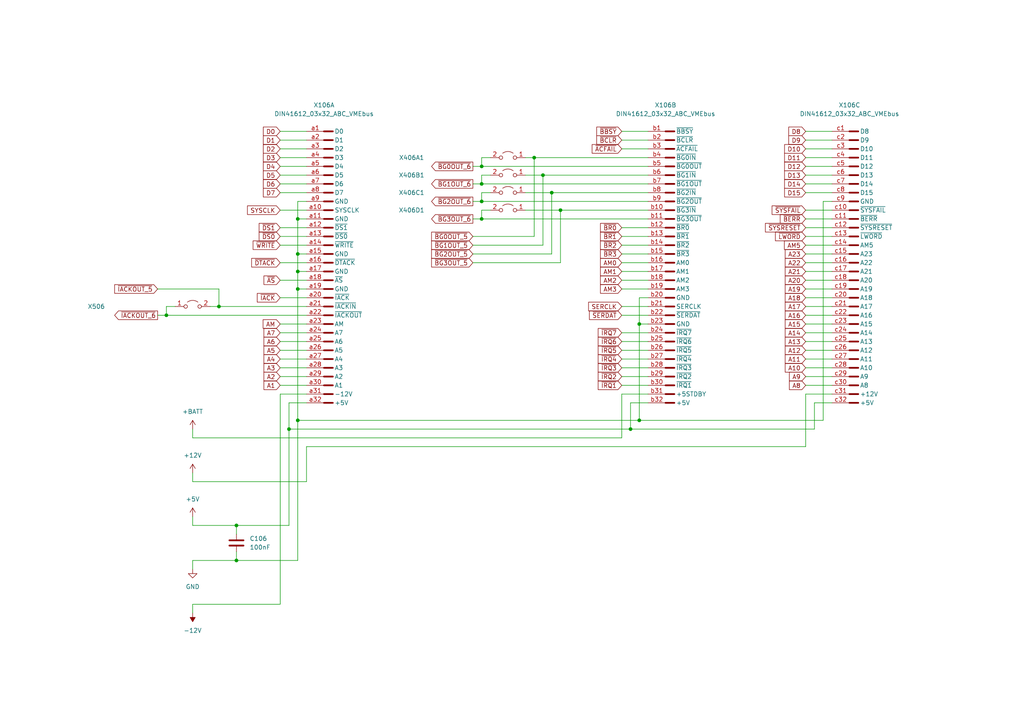
<source format=kicad_sch>
(kicad_sch (version 20211123) (generator eeschema)
  (paper "A4")
  (title_block (title "SLOT 2") (date "2024-01-04") (rev "1") (company "TOM STOREY") (comment 1 "FREE FOR NON-COMMERCIAL USE"))
  (lib_symbols
    (symbol "COMET symbols:C" (pin_numbers hide) (pin_names hide)
      (property "Reference" "C" (at 0 0 0))
      (property "Value" "C" (at 0 0 0))
      (symbol "C_0_1"
        (polyline (pts (xy -2.032 -0.762) (xy 2.032 -0.762)) (stroke (width 0.508)))
        (polyline (pts (xy -2.032 0.762) (xy 2.032 0.762)) (stroke (width 0.508)))
      )
      (symbol "C_1_1"
        (pin passive line (at 0 2.54 270) (length 1.524) (name "~") (number "1"))
        (pin passive line (at 0 -2.54 90) (length 1.524) (name "~") (number "2"))
      )
    )
    (symbol "COMET symbols:DIN41612_03x32_ABC_VMEbus" (pin_names (offset 3.048))
      (property "Reference" "X1" (at -20.32 45.72 0))
      (property "Value" "DIN41612_03x32_ABC_VMEbus" (at -20.32 43.18 0))
      (symbol "DIN41612_03x32_ABC_VMEbus_1_1"
        (polyline (pts (xy 0 -40.64) (xy 2.54 -40.64)) (stroke (width 0.508)))
        (polyline (pts (xy 0 -38.1) (xy 2.54 -38.1)) (stroke (width 0.508)))
        (polyline (pts (xy 0 -35.56) (xy 2.54 -35.56)) (stroke (width 0.508)))
        (polyline (pts (xy 0 -33.02) (xy 2.54 -33.02)) (stroke (width 0.508)))
        (polyline (pts (xy 0 -30.48) (xy 2.54 -30.48)) (stroke (width 0.508)))
        (polyline (pts (xy 0 -27.94) (xy 2.54 -27.94)) (stroke (width 0.508)))
        (polyline (pts (xy 0 -25.4) (xy 2.54 -25.4)) (stroke (width 0.508)))
        (polyline (pts (xy 0 -22.86) (xy 2.54 -22.86)) (stroke (width 0.508)))
        (polyline (pts (xy 0 -20.32) (xy 2.54 -20.32)) (stroke (width 0.508)))
        (polyline (pts (xy 0 -17.78) (xy 2.54 -17.78)) (stroke (width 0.508)))
        (polyline (pts (xy 0 -15.24) (xy 2.54 -15.24)) (stroke (width 0.508)))
        (polyline (pts (xy 0 -12.7) (xy 2.54 -12.7)) (stroke (width 0.508)))
        (polyline (pts (xy 0 -10.16) (xy 2.54 -10.16)) (stroke (width 0.508)))
        (polyline (pts (xy 0 -7.62) (xy 2.54 -7.62)) (stroke (width 0.508)))
        (polyline (pts (xy 0 -5.08) (xy 2.54 -5.08)) (stroke (width 0.508)))
        (polyline (pts (xy 0 -2.54) (xy 2.54 -2.54)) (stroke (width 0.508)))
        (polyline (pts (xy 0 0) (xy 2.54 0)) (stroke (width 0.508)))
        (polyline (pts (xy 0 2.54) (xy 2.54 2.54)) (stroke (width 0.508)))
        (polyline (pts (xy 0 5.08) (xy 2.54 5.08)) (stroke (width 0.508)))
        (polyline (pts (xy 0 7.62) (xy 2.54 7.62)) (stroke (width 0.508)))
        (polyline (pts (xy 0 10.16) (xy 2.54 10.16)) (stroke (width 0.508)))
        (polyline (pts (xy 0 12.7) (xy 2.54 12.7)) (stroke (width 0.508)))
        (polyline (pts (xy 0 15.24) (xy 2.54 15.24)) (stroke (width 0.508)))
        (polyline (pts (xy 0 17.78) (xy 2.54 17.78)) (stroke (width 0.508)))
        (polyline (pts (xy 0 20.32) (xy 2.54 20.32)) (stroke (width 0.508)))
        (polyline (pts (xy 0 22.86) (xy 2.54 22.86)) (stroke (width 0.508)))
        (polyline (pts (xy 0 25.4) (xy 2.54 25.4)) (stroke (width 0.508)))
        (polyline (pts (xy 0 27.94) (xy 2.54 27.94)) (stroke (width 0.508)))
        (polyline (pts (xy 0 30.48) (xy 2.54 30.48)) (stroke (width 0.508)))
        (polyline (pts (xy 0 33.02) (xy 2.54 33.02)) (stroke (width 0.508)))
        (polyline (pts (xy 0 35.56) (xy 2.54 35.56)) (stroke (width 0.508)))
        (polyline (pts (xy 0 38.1) (xy 2.54 38.1)) (stroke (width 0.508)))
        (pin passive line (at -5.08 38.1 0) (length 5.08) (name "D0") (number "a1"))
        (pin passive line (at -5.08 15.24 0) (length 5.08) (name "SYSCLK") (number "a10"))
        (pin passive line (at -5.08 12.7 0) (length 5.08) (name "GND") (number "a11"))
        (pin passive line (at -5.08 10.16 0) (length 5.08) (name "~{DS1}") (number "a12"))
        (pin passive line (at -5.08 7.62 0) (length 5.08) (name "~{DS0}") (number "a13"))
        (pin passive line (at -5.08 5.08 0) (length 5.08) (name "~{WRITE}") (number "a14"))
        (pin passive line (at -5.08 2.54 0) (length 5.08) (name "GND") (number "a15"))
        (pin passive line (at -5.08 0 0) (length 5.08) (name "~{DTACK}") (number "a16"))
        (pin passive line (at -5.08 -2.54 0) (length 5.08) (name "GND") (number "a17"))
        (pin passive line (at -5.08 -5.08 0) (length 5.08) (name "~{AS}") (number "a18"))
        (pin passive line (at -5.08 -7.62 0) (length 5.08) (name "GND") (number "a19"))
        (pin passive line (at -5.08 35.56 0) (length 5.08) (name "D1") (number "a2"))
        (pin passive line (at -5.08 -10.16 0) (length 5.08) (name "~{IACK}") (number "a20"))
        (pin passive line (at -5.08 -12.7 0) (length 5.08) (name "~{IACKIN}") (number "a21"))
        (pin passive line (at -5.08 -15.24 0) (length 5.08) (name "~{IACKOUT}") (number "a22"))
        (pin passive line (at -5.08 -17.78 0) (length 5.08) (name "AM") (number "a23"))
        (pin passive line (at -5.08 -20.32 0) (length 5.08) (name "A7") (number "a24"))
        (pin passive line (at -5.08 -22.86 0) (length 5.08) (name "A6") (number "a25"))
        (pin passive line (at -5.08 -25.4 0) (length 5.08) (name "A5") (number "a26"))
        (pin passive line (at -5.08 -27.94 0) (length 5.08) (name "A4") (number "a27"))
        (pin passive line (at -5.08 -30.48 0) (length 5.08) (name "A3") (number "a28"))
        (pin passive line (at -5.08 -33.02 0) (length 5.08) (name "A2") (number "a29"))
        (pin passive line (at -5.08 33.02 0) (length 5.08) (name "D2") (number "a3"))
        (pin passive line (at -5.08 -35.56 0) (length 5.08) (name "A1") (number "a30"))
        (pin passive line (at -5.08 -38.1 0) (length 5.08) (name "-12V") (number "a31"))
        (pin passive line (at -5.08 -40.64 0) (length 5.08) (name "+5V") (number "a32"))
        (pin passive line (at -5.08 30.48 0) (length 5.08) (name "D3") (number "a4"))
        (pin passive line (at -5.08 27.94 0) (length 5.08) (name "D4") (number "a5"))
        (pin passive line (at -5.08 25.4 0) (length 5.08) (name "D5") (number "a6"))
        (pin passive line (at -5.08 22.86 0) (length 5.08) (name "D6") (number "a7"))
        (pin passive line (at -5.08 20.32 0) (length 5.08) (name "D7") (number "a8"))
        (pin passive line (at -5.08 17.78 0) (length 5.08) (name "GND") (number "a9"))
      )
      (symbol "DIN41612_03x32_ABC_VMEbus_2_1"
        (polyline (pts (xy 0 -40.64) (xy 2.54 -40.64)) (stroke (width 0.508)))
        (polyline (pts (xy 0 -38.1) (xy 2.54 -38.1)) (stroke (width 0.508)))
        (polyline (pts (xy 0 -35.56) (xy 2.54 -35.56)) (stroke (width 0.508)))
        (polyline (pts (xy 0 -33.02) (xy 2.54 -33.02)) (stroke (width 0.508)))
        (polyline (pts (xy 0 -30.48) (xy 2.54 -30.48)) (stroke (width 0.508)))
        (polyline (pts (xy 0 -27.94) (xy 2.54 -27.94)) (stroke (width 0.508)))
        (polyline (pts (xy 0 -25.4) (xy 2.54 -25.4)) (stroke (width 0.508)))
        (polyline (pts (xy 0 -22.86) (xy 2.54 -22.86)) (stroke (width 0.508)))
        (polyline (pts (xy 0 -20.32) (xy 2.54 -20.32)) (stroke (width 0.508)))
        (polyline (pts (xy 0 -17.78) (xy 2.54 -17.78)) (stroke (width 0.508)))
        (polyline (pts (xy 0 -15.24) (xy 2.54 -15.24)) (stroke (width 0.508)))
        (polyline (pts (xy 0 -12.7) (xy 2.54 -12.7)) (stroke (width 0.508)))
        (polyline (pts (xy 0 -10.16) (xy 2.54 -10.16)) (stroke (width 0.508)))
        (polyline (pts (xy 0 -7.62) (xy 2.54 -7.62)) (stroke (width 0.508)))
        (polyline (pts (xy 0 -5.08) (xy 2.54 -5.08)) (stroke (width 0.508)))
        (polyline (pts (xy 0 -2.54) (xy 2.54 -2.54)) (stroke (width 0.508)))
        (polyline (pts (xy 0 0) (xy 2.54 0)) (stroke (width 0.508)))
        (polyline (pts (xy 0 2.54) (xy 2.54 2.54)) (stroke (width 0.508)))
        (polyline (pts (xy 0 5.08) (xy 2.54 5.08)) (stroke (width 0.508)))
        (polyline (pts (xy 0 7.62) (xy 2.54 7.62)) (stroke (width 0.508)))
        (polyline (pts (xy 0 10.16) (xy 2.54 10.16)) (stroke (width 0.508)))
        (polyline (pts (xy 0 12.7) (xy 2.54 12.7)) (stroke (width 0.508)))
        (polyline (pts (xy 0 15.24) (xy 2.54 15.24)) (stroke (width 0.508)))
        (polyline (pts (xy 0 17.78) (xy 2.54 17.78)) (stroke (width 0.508)))
        (polyline (pts (xy 0 20.32) (xy 2.54 20.32)) (stroke (width 0.508)))
        (polyline (pts (xy 0 22.86) (xy 2.54 22.86)) (stroke (width 0.508)))
        (polyline (pts (xy 0 25.4) (xy 2.54 25.4)) (stroke (width 0.508)))
        (polyline (pts (xy 0 27.94) (xy 2.54 27.94)) (stroke (width 0.508)))
        (polyline (pts (xy 0 30.48) (xy 2.54 30.48)) (stroke (width 0.508)))
        (polyline (pts (xy 0 33.02) (xy 2.54 33.02)) (stroke (width 0.508)))
        (polyline (pts (xy 0 35.56) (xy 2.54 35.56)) (stroke (width 0.508)))
        (polyline (pts (xy 0 38.1) (xy 2.54 38.1)) (stroke (width 0.508)))
        (pin passive line (at -5.08 38.1 0) (length 5.08) (name "~{BBSY}") (number "b1"))
        (pin passive line (at -5.08 15.24 0) (length 5.08) (name "~{BG3IN}") (number "b10"))
        (pin passive line (at -5.08 12.7 0) (length 5.08) (name "~{BG3OUT}") (number "b11"))
        (pin passive line (at -5.08 10.16 0) (length 5.08) (name "~{BR0}") (number "b12"))
        (pin passive line (at -5.08 7.62 0) (length 5.08) (name "~{BR1}") (number "b13"))
        (pin passive line (at -5.08 5.08 0) (length 5.08) (name "~{BR2}") (number "b14"))
        (pin passive line (at -5.08 2.54 0) (length 5.08) (name "~{BR3}") (number "b15"))
        (pin passive line (at -5.08 0 0) (length 5.08) (name "AM0") (number "b16"))
        (pin passive line (at -5.08 -2.54 0) (length 5.08) (name "AM1") (number "b17"))
        (pin passive line (at -5.08 -5.08 0) (length 5.08) (name "AM2") (number "b18"))
        (pin passive line (at -5.08 -7.62 0) (length 5.08) (name "AM3") (number "b19"))
        (pin passive line (at -5.08 35.56 0) (length 5.08) (name "~{BCLR}") (number "b2"))
        (pin passive line (at -5.08 -10.16 0) (length 5.08) (name "GND") (number "b20"))
        (pin passive line (at -5.08 -12.7 0) (length 5.08) (name "SERCLK") (number "b21"))
        (pin passive line (at -5.08 -15.24 0) (length 5.08) (name "~{SERDAT}") (number "b22"))
        (pin passive line (at -5.08 -17.78 0) (length 5.08) (name "GND") (number "b23"))
        (pin passive line (at -5.08 -20.32 0) (length 5.08) (name "~{IRQ7}") (number "b24"))
        (pin passive line (at -5.08 -22.86 0) (length 5.08) (name "~{IRQ6}") (number "b25"))
        (pin passive line (at -5.08 -25.4 0) (length 5.08) (name "~{IRQ5}") (number "b26"))
        (pin passive line (at -5.08 -27.94 0) (length 5.08) (name "~{IRQ4}") (number "b27"))
        (pin passive line (at -5.08 -30.48 0) (length 5.08) (name "~{IRQ3}") (number "b28"))
        (pin passive line (at -5.08 -33.02 0) (length 5.08) (name "~{IRQ2}") (number "b29"))
        (pin passive line (at -5.08 33.02 0) (length 5.08) (name "~{ACFAIL}") (number "b3"))
        (pin passive line (at -5.08 -35.56 0) (length 5.08) (name "~{IRQ1}") (number "b30"))
        (pin passive line (at -5.08 -38.1 0) (length 5.08) (name "+5STDBY") (number "b31"))
        (pin passive line (at -5.08 -40.64 0) (length 5.08) (name "+5V") (number "b32"))
        (pin passive line (at -5.08 30.48 0) (length 5.08) (name "~{BG0IN}") (number "b4"))
        (pin passive line (at -5.08 27.94 0) (length 5.08) (name "~{BG0OUT}") (number "b5"))
        (pin passive line (at -5.08 25.4 0) (length 5.08) (name "~{BG1IN}") (number "b6"))
        (pin passive line (at -5.08 22.86 0) (length 5.08) (name "~{BG1OUT}") (number "b7"))
        (pin passive line (at -5.08 20.32 0) (length 5.08) (name "~{BG2IN}") (number "b8"))
        (pin passive line (at -5.08 17.78 0) (length 5.08) (name "~{BG2OUT}") (number "b9"))
      )
      (symbol "DIN41612_03x32_ABC_VMEbus_3_1"
        (polyline (pts (xy 0 -40.64) (xy 2.54 -40.64)) (stroke (width 0.508)))
        (polyline (pts (xy 0 -38.1) (xy 2.54 -38.1)) (stroke (width 0.508)))
        (polyline (pts (xy 0 -35.56) (xy 2.54 -35.56)) (stroke (width 0.508)))
        (polyline (pts (xy 0 -33.02) (xy 2.54 -33.02)) (stroke (width 0.508)))
        (polyline (pts (xy 0 -30.48) (xy 2.54 -30.48)) (stroke (width 0.508)))
        (polyline (pts (xy 0 -27.94) (xy 2.54 -27.94)) (stroke (width 0.508)))
        (polyline (pts (xy 0 -25.4) (xy 2.54 -25.4)) (stroke (width 0.508)))
        (polyline (pts (xy 0 -22.86) (xy 2.54 -22.86)) (stroke (width 0.508)))
        (polyline (pts (xy 0 -20.32) (xy 2.54 -20.32)) (stroke (width 0.508)))
        (polyline (pts (xy 0 -17.78) (xy 2.54 -17.78)) (stroke (width 0.508)))
        (polyline (pts (xy 0 -15.24) (xy 2.54 -15.24)) (stroke (width 0.508)))
        (polyline (pts (xy 0 -12.7) (xy 2.54 -12.7)) (stroke (width 0.508)))
        (polyline (pts (xy 0 -10.16) (xy 2.54 -10.16)) (stroke (width 0.508)))
        (polyline (pts (xy 0 -7.62) (xy 2.54 -7.62)) (stroke (width 0.508)))
        (polyline (pts (xy 0 -5.08) (xy 2.54 -5.08)) (stroke (width 0.508)))
        (polyline (pts (xy 0 -2.54) (xy 2.54 -2.54)) (stroke (width 0.508)))
        (polyline (pts (xy 0 0) (xy 2.54 0)) (stroke (width 0.508)))
        (polyline (pts (xy 0 2.54) (xy 2.54 2.54)) (stroke (width 0.508)))
        (polyline (pts (xy 0 5.08) (xy 2.54 5.08)) (stroke (width 0.508)))
        (polyline (pts (xy 0 7.62) (xy 2.54 7.62)) (stroke (width 0.508)))
        (polyline (pts (xy 0 10.16) (xy 2.54 10.16)) (stroke (width 0.508)))
        (polyline (pts (xy 0 12.7) (xy 2.54 12.7)) (stroke (width 0.508)))
        (polyline (pts (xy 0 15.24) (xy 2.54 15.24)) (stroke (width 0.508)))
        (polyline (pts (xy 0 17.78) (xy 2.54 17.78)) (stroke (width 0.508)))
        (polyline (pts (xy 0 20.32) (xy 2.54 20.32)) (stroke (width 0.508)))
        (polyline (pts (xy 0 22.86) (xy 2.54 22.86)) (stroke (width 0.508)))
        (polyline (pts (xy 0 25.4) (xy 2.54 25.4)) (stroke (width 0.508)))
        (polyline (pts (xy 0 27.94) (xy 2.54 27.94)) (stroke (width 0.508)))
        (polyline (pts (xy 0 30.48) (xy 2.54 30.48)) (stroke (width 0.508)))
        (polyline (pts (xy 0 33.02) (xy 2.54 33.02)) (stroke (width 0.508)))
        (polyline (pts (xy 0 35.56) (xy 2.54 35.56)) (stroke (width 0.508)))
        (polyline (pts (xy 0 38.1) (xy 2.54 38.1)) (stroke (width 0.508)))
        (pin passive line (at -5.08 38.1 0) (length 5.08) (name "D8") (number "c1"))
        (pin passive line (at -5.08 15.24 0) (length 5.08) (name "~{SYSFAIL}") (number "c10"))
        (pin passive line (at -5.08 12.7 0) (length 5.08) (name "~{BERR}") (number "c11"))
        (pin passive line (at -5.08 10.16 0) (length 5.08) (name "~{SYSRESET}") (number "c12"))
        (pin passive line (at -5.08 7.62 0) (length 5.08) (name "~{LWORD}") (number "c13"))
        (pin passive line (at -5.08 5.08 0) (length 5.08) (name "AM5") (number "c14"))
        (pin passive line (at -5.08 2.54 0) (length 5.08) (name "A23") (number "c15"))
        (pin passive line (at -5.08 0 0) (length 5.08) (name "A22") (number "c16"))
        (pin passive line (at -5.08 -2.54 0) (length 5.08) (name "A21") (number "c17"))
        (pin passive line (at -5.08 -5.08 0) (length 5.08) (name "A20") (number "c18"))
        (pin passive line (at -5.08 -7.62 0) (length 5.08) (name "A19") (number "c19"))
        (pin passive line (at -5.08 35.56 0) (length 5.08) (name "D9") (number "c2"))
        (pin passive line (at -5.08 -10.16 0) (length 5.08) (name "A18") (number "c20"))
        (pin passive line (at -5.08 -12.7 0) (length 5.08) (name "A17") (number "c21"))
        (pin passive line (at -5.08 -15.24 0) (length 5.08) (name "A16") (number "c22"))
        (pin passive line (at -5.08 -17.78 0) (length 5.08) (name "A15") (number "c23"))
        (pin passive line (at -5.08 -20.32 0) (length 5.08) (name "A14") (number "c24"))
        (pin passive line (at -5.08 -22.86 0) (length 5.08) (name "A13") (number "c25"))
        (pin passive line (at -5.08 -25.4 0) (length 5.08) (name "A12") (number "c26"))
        (pin passive line (at -5.08 -27.94 0) (length 5.08) (name "A11") (number "c27"))
        (pin passive line (at -5.08 -30.48 0) (length 5.08) (name "A10") (number "c28"))
        (pin passive line (at -5.08 -33.02 0) (length 5.08) (name "A9") (number "c29"))
        (pin passive line (at -5.08 33.02 0) (length 5.08) (name "D10") (number "c3"))
        (pin passive line (at -5.08 -35.56 0) (length 5.08) (name "A8") (number "c30"))
        (pin passive line (at -5.08 -38.1 0) (length 5.08) (name "+12V") (number "c31"))
        (pin passive line (at -5.08 -40.64 0) (length 5.08) (name "+5V") (number "c32"))
        (pin passive line (at -5.08 30.48 0) (length 5.08) (name "D11") (number "c4"))
        (pin passive line (at -5.08 27.94 0) (length 5.08) (name "D12") (number "c5"))
        (pin passive line (at -5.08 25.4 0) (length 5.08) (name "D13") (number "c6"))
        (pin passive line (at -5.08 22.86 0) (length 5.08) (name "D14") (number "c7"))
        (pin passive line (at -5.08 20.32 0) (length 5.08) (name "D15") (number "c8"))
        (pin passive line (at -5.08 17.78 0) (length 5.08) (name "GND") (number "c9"))
      )
    )
    (symbol "Jumper:Jumper_2_Open" (pin_names (offset 0) hide)
      (property "Reference" "JP" (at 0 2.794 0))
      (property "Value" "Jumper_2_Open" (at 0 -2.286 0))
      (symbol "Jumper_2_Open_0_0"
        (circle (center -2.032 0) (radius 0.508))
        (circle (center 2.032 0) (radius 0.508))
      )
      (symbol "Jumper_2_Open_0_1"
        (arc (start 1.524 1.27) (mid 0 1.778) (end -1.524 1.27))
      )
      (symbol "Jumper_2_Open_1_1"
        (pin passive line (at -5.08 0 0) (length 2.54) (name "A") (number "1"))
        (pin passive line (at 5.08 0 180) (length 2.54) (name "B") (number "2"))
      )
    )
    (symbol "power:+12V" (power) (pin_names (offset 0))
      (property "Value" "+12V" (at 0 3.556 0))
      (symbol "+12V_0_1"
        (polyline (pts (xy -0.762 1.27) (xy 0 2.54)))
        (polyline (pts (xy 0 0) (xy 0 2.54)))
        (polyline (pts (xy 0 2.54) (xy 0.762 1.27)))
      )
      (symbol "+12V_1_1"
        (pin power_in line (at 0 0 90) (length 0) hide (name "+12V") (number "1"))
      )
    )
    (symbol "power:+5V" (power) (pin_names (offset 0))
      (property "Value" "+5V" (at 0 3.556 0))
      (symbol "+5V_0_1"
        (polyline (pts (xy -0.762 1.27) (xy 0 2.54)))
        (polyline (pts (xy 0 0) (xy 0 2.54)))
        (polyline (pts (xy 0 2.54) (xy 0.762 1.27)))
      )
      (symbol "+5V_1_1"
        (pin power_in line (at 0 0 90) (length 0) hide (name "+5V") (number "1"))
      )
    )
    (symbol "power:+BATT" (power) (pin_names (offset 0))
      (property "Value" "+BATT" (at 0 3.556 0))
      (symbol "+BATT_0_1"
        (polyline (pts (xy -0.762 1.27) (xy 0 2.54)))
        (polyline (pts (xy 0 0) (xy 0 2.54)))
        (polyline (pts (xy 0 2.54) (xy 0.762 1.27)))
      )
      (symbol "+BATT_1_1"
        (pin power_in line (at 0 0 90) (length 0) hide (name "+BATT") (number "1"))
      )
    )
    (symbol "power:-12V" (power) (pin_names (offset 0))
      (property "Value" "-12V" (at 0 3.81 0))
      (symbol "-12V_0_0"
        (pin power_in line (at 0 0 90) (length 0) hide (name "-12V") (number "1"))
      )
      (symbol "-12V_0_1"
        (polyline (pts (xy 0 0) (xy 0 1.27) (xy 0.762 1.27) (xy 0 2.54) (xy -0.762 1.27) (xy 0 1.27)) (fill (type outline)))
      )
    )
    (symbol "power:GND" (power) (pin_names (offset 0))
      (property "Value" "GND" (at 0 -3.81 0))
      (symbol "GND_0_1"
        (polyline (pts (xy 0 0) (xy 0 -1.27) (xy 1.27 -1.27) (xy 0 -2.54) (xy -1.27 -1.27) (xy 0 -1.27)))
      )
      (symbol "GND_1_1"
        (pin power_in line (at 0 0 270) (length 0) hide (name "GND") (number "1"))
      )
    )
  )
  (junction (at 157.48 50.8))
  (junction (at 63.5 88.9))
  (junction (at 86.36 83.82))
  (junction (at 139.7 58.42))
  (junction (at 139.7 63.5))
  (junction (at 86.36 63.5))
  (junction (at 48.26 91.44))
  (junction (at 154.94 45.72))
  (junction (at 139.7 53.34))
  (junction (at 86.36 78.74))
  (junction (at 139.7 48.26))
  (junction (at 185.42 93.98))
  (junction (at 185.42 121.92))
  (junction (at 83.82 124.46))
  (junction (at 160.02 55.88))
  (junction (at 162.56 60.96))
  (junction (at 86.36 73.66))
  (junction (at 68.58 152.4))
  (junction (at 182.88 124.46))
  (junction (at 68.58 162.56))
  (junction (at 86.36 121.92))
  (wire (pts (xy 238.76 58.42) (xy 238.76 121.92)))
  (wire (pts (xy 137.16 73.66) (xy 160.02 73.66)))
  (wire (pts (xy 152.4 50.8) (xy 157.48 50.8)))
  (wire (pts (xy 180.34 83.82) (xy 187.96 83.82)))
  (wire (pts (xy 233.68 106.68) (xy 241.3 106.68)))
  (wire (pts (xy 81.28 60.96) (xy 88.9 60.96)))
  (wire (pts (xy 180.34 43.18) (xy 187.96 43.18)))
  (wire (pts (xy 68.58 160.02) (xy 68.58 162.56)))
  (wire (pts (xy 137.16 53.34) (xy 139.7 53.34)))
  (wire (pts (xy 233.68 55.88) (xy 241.3 55.88)))
  (wire (pts (xy 233.68 91.44) (xy 241.3 91.44)))
  (wire (pts (xy 86.36 78.74) (xy 88.9 78.74)))
  (wire (pts (xy 81.28 106.68) (xy 88.9 106.68)))
  (wire (pts (xy 137.16 63.5) (xy 139.7 63.5)))
  (wire (pts (xy 233.68 71.12) (xy 241.3 71.12)))
  (wire (pts (xy 180.34 127) (xy 180.34 114.3)))
  (wire (pts (xy 233.68 114.3) (xy 241.3 114.3)))
  (wire (pts (xy 139.7 45.72) (xy 139.7 48.26)))
  (wire (pts (xy 81.28 50.8) (xy 88.9 50.8)))
  (wire (pts (xy 233.68 86.36) (xy 241.3 86.36)))
  (wire (pts (xy 86.36 121.92) (xy 185.42 121.92)))
  (wire (pts (xy 157.48 50.8) (xy 157.48 71.12)))
  (wire (pts (xy 60.96 88.9) (xy 63.5 88.9)))
  (wire (pts (xy 55.88 177.8) (xy 55.88 175.26)))
  (wire (pts (xy 182.88 116.84) (xy 182.88 124.46)))
  (wire (pts (xy 185.42 86.36) (xy 185.42 93.98)))
  (wire (pts (xy 81.28 93.98) (xy 88.9 93.98)))
  (wire (pts (xy 55.88 139.7) (xy 88.9 139.7)))
  (wire (pts (xy 182.88 124.46) (xy 236.22 124.46)))
  (wire (pts (xy 236.22 116.84) (xy 241.3 116.84)))
  (wire (pts (xy 180.34 71.12) (xy 187.96 71.12)))
  (wire (pts (xy 233.68 38.1) (xy 241.3 38.1)))
  (wire (pts (xy 233.68 53.34) (xy 241.3 53.34)))
  (wire (pts (xy 55.88 149.86) (xy 55.88 152.4)))
  (wire (pts (xy 185.42 93.98) (xy 187.96 93.98)))
  (wire (pts (xy 86.36 78.74) (xy 86.36 83.82)))
  (wire (pts (xy 81.28 66.04) (xy 88.9 66.04)))
  (wire (pts (xy 180.34 111.76) (xy 187.96 111.76)))
  (wire (pts (xy 233.68 104.14) (xy 241.3 104.14)))
  (wire (pts (xy 180.34 96.52) (xy 187.96 96.52)))
  (wire (pts (xy 180.34 88.9) (xy 187.96 88.9)))
  (wire (pts (xy 55.88 175.26) (xy 81.28 175.26)))
  (wire (pts (xy 139.7 60.96) (xy 142.24 60.96)))
  (wire (pts (xy 162.56 60.96) (xy 162.56 76.2)))
  (wire (pts (xy 139.7 58.42) (xy 187.96 58.42)))
  (wire (pts (xy 187.96 116.84) (xy 182.88 116.84)))
  (wire (pts (xy 55.88 137.16) (xy 55.88 139.7)))
  (wire (pts (xy 81.28 38.1) (xy 88.9 38.1)))
  (wire (pts (xy 81.28 86.36) (xy 88.9 86.36)))
  (wire (pts (xy 86.36 58.42) (xy 86.36 63.5)))
  (wire (pts (xy 160.02 55.88) (xy 160.02 73.66)))
  (wire (pts (xy 83.82 152.4) (xy 83.82 124.46)))
  (wire (pts (xy 55.88 124.46) (xy 55.88 127)))
  (wire (pts (xy 139.7 60.96) (xy 139.7 63.5)))
  (wire (pts (xy 180.34 40.64) (xy 187.96 40.64)))
  (wire (pts (xy 81.28 81.28) (xy 88.9 81.28)))
  (wire (pts (xy 142.24 55.88) (xy 139.7 55.88)))
  (wire (pts (xy 180.34 73.66) (xy 187.96 73.66)))
  (wire (pts (xy 233.68 68.58) (xy 241.3 68.58)))
  (wire (pts (xy 233.68 99.06) (xy 241.3 99.06)))
  (wire (pts (xy 233.68 101.6) (xy 241.3 101.6)))
  (wire (pts (xy 233.68 48.26) (xy 241.3 48.26)))
  (wire (pts (xy 160.02 55.88) (xy 187.96 55.88)))
  (wire (pts (xy 233.68 129.54) (xy 233.68 114.3)))
  (wire (pts (xy 81.28 43.18) (xy 88.9 43.18)))
  (wire (pts (xy 81.28 76.2) (xy 88.9 76.2)))
  (wire (pts (xy 86.36 83.82) (xy 86.36 121.92)))
  (wire (pts (xy 180.34 104.14) (xy 187.96 104.14)))
  (wire (pts (xy 152.4 45.72) (xy 154.94 45.72)))
  (wire (pts (xy 86.36 63.5) (xy 86.36 73.66)))
  (wire (pts (xy 180.34 68.58) (xy 187.96 68.58)))
  (wire (pts (xy 180.34 76.2) (xy 187.96 76.2)))
  (wire (pts (xy 142.24 50.8) (xy 139.7 50.8)))
  (wire (pts (xy 139.7 55.88) (xy 139.7 58.42)))
  (wire (pts (xy 233.68 88.9) (xy 241.3 88.9)))
  (wire (pts (xy 68.58 152.4) (xy 68.58 154.94)))
  (wire (pts (xy 152.4 55.88) (xy 160.02 55.88)))
  (wire (pts (xy 139.7 63.5) (xy 187.96 63.5)))
  (wire (pts (xy 83.82 124.46) (xy 182.88 124.46)))
  (wire (pts (xy 55.88 152.4) (xy 68.58 152.4)))
  (wire (pts (xy 81.28 48.26) (xy 88.9 48.26)))
  (wire (pts (xy 233.68 81.28) (xy 241.3 81.28)))
  (wire (pts (xy 88.9 116.84) (xy 83.82 116.84)))
  (wire (pts (xy 81.28 45.72) (xy 88.9 45.72)))
  (wire (pts (xy 63.5 88.9) (xy 63.5 83.82)))
  (wire (pts (xy 68.58 162.56) (xy 55.88 162.56)))
  (wire (pts (xy 233.68 43.18) (xy 241.3 43.18)))
  (wire (pts (xy 233.68 50.8) (xy 241.3 50.8)))
  (wire (pts (xy 233.68 45.72) (xy 241.3 45.72)))
  (wire (pts (xy 81.28 175.26) (xy 81.28 114.3)))
  (wire (pts (xy 180.34 91.44) (xy 187.96 91.44)))
  (wire (pts (xy 180.34 106.68) (xy 187.96 106.68)))
  (wire (pts (xy 83.82 116.84) (xy 83.82 124.46)))
  (wire (pts (xy 88.9 129.54) (xy 88.9 139.7)))
  (wire (pts (xy 86.36 73.66) (xy 88.9 73.66)))
  (wire (pts (xy 81.28 101.6) (xy 88.9 101.6)))
  (wire (pts (xy 48.26 91.44) (xy 88.9 91.44)))
  (wire (pts (xy 233.68 76.2) (xy 241.3 76.2)))
  (wire (pts (xy 68.58 152.4) (xy 83.82 152.4)))
  (wire (pts (xy 139.7 50.8) (xy 139.7 53.34)))
  (wire (pts (xy 142.24 45.72) (xy 139.7 45.72)))
  (wire (pts (xy 137.16 71.12) (xy 157.48 71.12)))
  (wire (pts (xy 86.36 162.56) (xy 68.58 162.56)))
  (wire (pts (xy 180.34 81.28) (xy 187.96 81.28)))
  (wire (pts (xy 241.3 58.42) (xy 238.76 58.42)))
  (wire (pts (xy 86.36 73.66) (xy 86.36 78.74)))
  (wire (pts (xy 81.28 104.14) (xy 88.9 104.14)))
  (wire (pts (xy 81.28 96.52) (xy 88.9 96.52)))
  (wire (pts (xy 139.7 53.34) (xy 187.96 53.34)))
  (wire (pts (xy 81.28 53.34) (xy 88.9 53.34)))
  (wire (pts (xy 180.34 66.04) (xy 187.96 66.04)))
  (wire (pts (xy 88.9 58.42) (xy 86.36 58.42)))
  (wire (pts (xy 55.88 162.56) (xy 55.88 165.1)))
  (wire (pts (xy 233.68 40.64) (xy 241.3 40.64)))
  (wire (pts (xy 180.34 109.22) (xy 187.96 109.22)))
  (wire (pts (xy 88.9 129.54) (xy 233.68 129.54)))
  (wire (pts (xy 233.68 78.74) (xy 241.3 78.74)))
  (wire (pts (xy 233.68 93.98) (xy 241.3 93.98)))
  (wire (pts (xy 180.34 101.6) (xy 187.96 101.6)))
  (wire (pts (xy 81.28 68.58) (xy 88.9 68.58)))
  (wire (pts (xy 45.72 91.44) (xy 48.26 91.44)))
  (wire (pts (xy 137.16 58.42) (xy 139.7 58.42)))
  (wire (pts (xy 81.28 40.64) (xy 88.9 40.64)))
  (wire (pts (xy 233.68 60.96) (xy 241.3 60.96)))
  (wire (pts (xy 233.68 96.52) (xy 241.3 96.52)))
  (wire (pts (xy 154.94 45.72) (xy 187.96 45.72)))
  (wire (pts (xy 152.4 60.96) (xy 162.56 60.96)))
  (wire (pts (xy 233.68 66.04) (xy 241.3 66.04)))
  (wire (pts (xy 81.28 114.3) (xy 88.9 114.3)))
  (wire (pts (xy 86.36 63.5) (xy 88.9 63.5)))
  (wire (pts (xy 81.28 111.76) (xy 88.9 111.76)))
  (wire (pts (xy 185.42 121.92) (xy 238.76 121.92)))
  (wire (pts (xy 233.68 63.5) (xy 241.3 63.5)))
  (wire (pts (xy 45.72 83.82) (xy 63.5 83.82)))
  (wire (pts (xy 233.68 111.76) (xy 241.3 111.76)))
  (wire (pts (xy 180.34 78.74) (xy 187.96 78.74)))
  (wire (pts (xy 233.68 83.82) (xy 241.3 83.82)))
  (wire (pts (xy 157.48 50.8) (xy 187.96 50.8)))
  (wire (pts (xy 139.7 48.26) (xy 187.96 48.26)))
  (wire (pts (xy 86.36 83.82) (xy 88.9 83.82)))
  (wire (pts (xy 236.22 124.46) (xy 236.22 116.84)))
  (wire (pts (xy 187.96 86.36) (xy 185.42 86.36)))
  (wire (pts (xy 55.88 127) (xy 180.34 127)))
  (wire (pts (xy 81.28 71.12) (xy 88.9 71.12)))
  (wire (pts (xy 63.5 88.9) (xy 88.9 88.9)))
  (wire (pts (xy 233.68 73.66) (xy 241.3 73.66)))
  (wire (pts (xy 233.68 109.22) (xy 241.3 109.22)))
  (wire (pts (xy 81.28 55.88) (xy 88.9 55.88)))
  (wire (pts (xy 81.28 99.06) (xy 88.9 99.06)))
  (wire (pts (xy 162.56 60.96) (xy 187.96 60.96)))
  (wire (pts (xy 50.8 88.9) (xy 48.26 88.9)))
  (wire (pts (xy 86.36 121.92) (xy 86.36 162.56)))
  (wire (pts (xy 137.16 68.58) (xy 154.94 68.58)))
  (wire (pts (xy 81.28 109.22) (xy 88.9 109.22)))
  (wire (pts (xy 180.34 99.06) (xy 187.96 99.06)))
  (wire (pts (xy 185.42 93.98) (xy 185.42 121.92)))
  (wire (pts (xy 180.34 114.3) (xy 187.96 114.3)))
  (wire (pts (xy 137.16 76.2) (xy 162.56 76.2)))
  (wire (pts (xy 137.16 48.26) (xy 139.7 48.26)))
  (wire (pts (xy 180.34 38.1) (xy 187.96 38.1)))
  (wire (pts (xy 154.94 45.72) (xy 154.94 68.58)))
  (wire (pts (xy 48.26 88.9) (xy 48.26 91.44)))
  (global_label "A21" (shape input) (at 233.68 78.74 180) (property "Intersheet References" "${INTERSHEET_REFS}" (effects hide)))
  (global_label "~{ACFAIL}" (shape input) (at 180.34 43.18 180) (property "Intersheet References" "${INTERSHEET_REFS}" (effects hide)))
  (global_label "D5" (shape input) (at 81.28 50.8 180) (property "Intersheet References" "${INTERSHEET_REFS}" (effects hide)))
  (global_label "D8" (shape input) (at 233.68 38.1 180) (property "Intersheet References" "${INTERSHEET_REFS}" (effects hide)))
  (global_label "D13" (shape input) (at 233.68 50.8 180) (property "Intersheet References" "${INTERSHEET_REFS}" (effects hide)))
  (global_label "~{BR3}" (shape input) (at 180.34 73.66 180) (property "Intersheet References" "${INTERSHEET_REFS}" (effects hide)))
  (global_label "~{BR2}" (shape input) (at 180.34 71.12 180) (property "Intersheet References" "${INTERSHEET_REFS}" (effects hide)))
  (global_label "~{DS1}" (shape input) (at 81.28 66.04 180) (property "Intersheet References" "${INTERSHEET_REFS}" (effects hide)))
  (global_label "~{BBSY}" (shape input) (at 180.34 38.1 180) (property "Intersheet References" "${INTERSHEET_REFS}" (effects hide)))
  (global_label "~{DTACK}" (shape input) (at 81.28 76.2 180) (property "Intersheet References" "${INTERSHEET_REFS}" (effects hide)))
  (global_label "~{BG2OUT_6}" (shape output) (at 137.16 58.42 180) (property "Intersheet References" "${INTERSHEET_REFS}" (effects hide)))
  (global_label "AM5" (shape input) (at 233.68 71.12 180) (property "Intersheet References" "${INTERSHEET_REFS}" (effects hide)))
  (global_label "~{BERR}" (shape input) (at 233.68 63.5 180) (property "Intersheet References" "${INTERSHEET_REFS}" (effects hide)))
  (global_label "A16" (shape input) (at 233.68 91.44 180) (property "Intersheet References" "${INTERSHEET_REFS}" (effects hide)))
  (global_label "~{SERDAT}" (shape input) (at 180.34 91.44 180) (property "Intersheet References" "${INTERSHEET_REFS}" (effects hide)))
  (global_label "D15" (shape input) (at 233.68 55.88 180) (property "Intersheet References" "${INTERSHEET_REFS}" (effects hide)))
  (global_label "D2" (shape input) (at 81.28 43.18 180) (property "Intersheet References" "${INTERSHEET_REFS}" (effects hide)))
  (global_label "D7" (shape input) (at 81.28 55.88 180) (property "Intersheet References" "${INTERSHEET_REFS}" (effects hide)))
  (global_label "A6" (shape input) (at 81.28 99.06 180) (property "Intersheet References" "${INTERSHEET_REFS}" (effects hide)))
  (global_label "A11" (shape input) (at 233.68 104.14 180) (property "Intersheet References" "${INTERSHEET_REFS}" (effects hide)))
  (global_label "~{BG0OUT_6}" (shape output) (at 137.16 48.26 180) (property "Intersheet References" "${INTERSHEET_REFS}" (effects hide)))
  (global_label "~{SYSFAIL}" (shape input) (at 233.68 60.96 180) (property "Intersheet References" "${INTERSHEET_REFS}" (effects hide)))
  (global_label "A8" (shape input) (at 233.68 111.76 180) (property "Intersheet References" "${INTERSHEET_REFS}" (effects hide)))
  (global_label "D6" (shape input) (at 81.28 53.34 180) (property "Intersheet References" "${INTERSHEET_REFS}" (effects hide)))
  (global_label "~{IRQ2}" (shape input) (at 180.34 109.22 180) (property "Intersheet References" "${INTERSHEET_REFS}" (effects hide)))
  (global_label "D10" (shape input) (at 233.68 43.18 180) (property "Intersheet References" "${INTERSHEET_REFS}" (effects hide)))
  (global_label "A4" (shape input) (at 81.28 104.14 180) (property "Intersheet References" "${INTERSHEET_REFS}" (effects hide)))
  (global_label "~{IRQ5}" (shape input) (at 180.34 101.6 180) (property "Intersheet References" "${INTERSHEET_REFS}" (effects hide)))
  (global_label "D11" (shape input) (at 233.68 45.72 180) (property "Intersheet References" "${INTERSHEET_REFS}" (effects hide)))
  (global_label "~{IACKOUT_5}" (shape input) (at 45.72 83.82 180) (property "Intersheet References" "${INTERSHEET_REFS}" (effects hide)))
  (global_label "~{BG3OUT_5}" (shape input) (at 137.16 76.2 180) (property "Intersheet References" "${INTERSHEET_REFS}" (effects hide)))
  (global_label "D14" (shape input) (at 233.68 53.34 180) (property "Intersheet References" "${INTERSHEET_REFS}" (effects hide)))
  (global_label "A17" (shape input) (at 233.68 88.9 180) (property "Intersheet References" "${INTERSHEET_REFS}" (effects hide)))
  (global_label "AM" (shape input) (at 81.28 93.98 180) (property "Intersheet References" "${INTERSHEET_REFS}" (effects hide)))
  (global_label "D1" (shape input) (at 81.28 40.64 180) (property "Intersheet References" "${INTERSHEET_REFS}" (effects hide)))
  (global_label "A1" (shape input) (at 81.28 111.76 180) (property "Intersheet References" "${INTERSHEET_REFS}" (effects hide)))
  (global_label "A13" (shape input) (at 233.68 99.06 180) (property "Intersheet References" "${INTERSHEET_REFS}" (effects hide)))
  (global_label "A22" (shape input) (at 233.68 76.2 180) (property "Intersheet References" "${INTERSHEET_REFS}" (effects hide)))
  (global_label "AM2" (shape input) (at 180.34 81.28 180) (property "Intersheet References" "${INTERSHEET_REFS}" (effects hide)))
  (global_label "AM1" (shape input) (at 180.34 78.74 180) (property "Intersheet References" "${INTERSHEET_REFS}" (effects hide)))
  (global_label "A5" (shape input) (at 81.28 101.6 180) (property "Intersheet References" "${INTERSHEET_REFS}" (effects hide)))
  (global_label "~{BG1OUT_6}" (shape output) (at 137.16 53.34 180) (property "Intersheet References" "${INTERSHEET_REFS}" (effects hide)))
  (global_label "A18" (shape input) (at 233.68 86.36 180) (property "Intersheet References" "${INTERSHEET_REFS}" (effects hide)))
  (global_label "A20" (shape input) (at 233.68 81.28 180) (property "Intersheet References" "${INTERSHEET_REFS}" (effects hide)))
  (global_label "~{IRQ6}" (shape input) (at 180.34 99.06 180) (property "Intersheet References" "${INTERSHEET_REFS}" (effects hide)))
  (global_label "~{AS}" (shape input) (at 81.28 81.28 180) (property "Intersheet References" "${INTERSHEET_REFS}" (effects hide)))
  (global_label "~{IRQ4}" (shape input) (at 180.34 104.14 180) (property "Intersheet References" "${INTERSHEET_REFS}" (effects hide)))
  (global_label "~{IACKOUT_6}" (shape output) (at 45.72 91.44 180) (property "Intersheet References" "${INTERSHEET_REFS}" (effects hide)))
  (global_label "D4" (shape input) (at 81.28 48.26 180) (property "Intersheet References" "${INTERSHEET_REFS}" (effects hide)))
  (global_label "AM0" (shape input) (at 180.34 76.2 180) (property "Intersheet References" "${INTERSHEET_REFS}" (effects hide)))
  (global_label "D0" (shape input) (at 81.28 38.1 180) (property "Intersheet References" "${INTERSHEET_REFS}" (effects hide)))
  (global_label "A2" (shape input) (at 81.28 109.22 180) (property "Intersheet References" "${INTERSHEET_REFS}" (effects hide)))
  (global_label "~{LWORD}" (shape input) (at 233.68 68.58 180) (property "Intersheet References" "${INTERSHEET_REFS}" (effects hide)))
  (global_label "AM3" (shape input) (at 180.34 83.82 180) (property "Intersheet References" "${INTERSHEET_REFS}" (effects hide)))
  (global_label "~{IACK}" (shape input) (at 81.28 86.36 180) (property "Intersheet References" "${INTERSHEET_REFS}" (effects hide)))
  (global_label "A10" (shape input) (at 233.68 106.68 180) (property "Intersheet References" "${INTERSHEET_REFS}" (effects hide)))
  (global_label "D3" (shape input) (at 81.28 45.72 180) (property "Intersheet References" "${INTERSHEET_REFS}" (effects hide)))
  (global_label "~{BCLR}" (shape input) (at 180.34 40.64 180) (property "Intersheet References" "${INTERSHEET_REFS}" (effects hide)))
  (global_label "~{IRQ1}" (shape input) (at 180.34 111.76 180) (property "Intersheet References" "${INTERSHEET_REFS}" (effects hide)))
  (global_label "~{BG0OUT_5}" (shape input) (at 137.16 68.58 180) (property "Intersheet References" "${INTERSHEET_REFS}" (effects hide)))
  (global_label "~{IRQ7}" (shape input) (at 180.34 96.52 180) (property "Intersheet References" "${INTERSHEET_REFS}" (effects hide)))
  (global_label "A12" (shape input) (at 233.68 101.6 180) (property "Intersheet References" "${INTERSHEET_REFS}" (effects hide)))
  (global_label "~{SYSRESET}" (shape input) (at 233.68 66.04 180) (property "Intersheet References" "${INTERSHEET_REFS}" (effects hide)))
  (global_label "~{BG2OUT_5}" (shape input) (at 137.16 73.66 180) (property "Intersheet References" "${INTERSHEET_REFS}" (effects hide)))
  (global_label "A19" (shape input) (at 233.68 83.82 180) (property "Intersheet References" "${INTERSHEET_REFS}" (effects hide)))
  (global_label "~{BR1}" (shape input) (at 180.34 68.58 180) (property "Intersheet References" "${INTERSHEET_REFS}" (effects hide)))
  (global_label "A9" (shape input) (at 233.68 109.22 180) (property "Intersheet References" "${INTERSHEET_REFS}" (effects hide)))
  (global_label "A14" (shape input) (at 233.68 96.52 180) (property "Intersheet References" "${INTERSHEET_REFS}" (effects hide)))
  (global_label "~{WRITE}" (shape input) (at 81.28 71.12 180) (property "Intersheet References" "${INTERSHEET_REFS}" (effects hide)))
  (global_label "A3" (shape input) (at 81.28 106.68 180) (property "Intersheet References" "${INTERSHEET_REFS}" (effects hide)))
  (global_label "~{BR0}" (shape input) (at 180.34 66.04 180) (property "Intersheet References" "${INTERSHEET_REFS}" (effects hide)))
  (global_label "A23" (shape input) (at 233.68 73.66 180) (property "Intersheet References" "${INTERSHEET_REFS}" (effects hide)))
  (global_label "~{BG3OUT_6}" (shape output) (at 137.16 63.5 180) (property "Intersheet References" "${INTERSHEET_REFS}" (effects hide)))
  (global_label "~{IRQ3}" (shape input) (at 180.34 106.68 180) (property "Intersheet References" "${INTERSHEET_REFS}" (effects hide)))
  (global_label "A7" (shape input) (at 81.28 96.52 180) (property "Intersheet References" "${INTERSHEET_REFS}" (effects hide)))
  (global_label "SYSCLK" (shape input) (at 81.28 60.96 180) (property "Intersheet References" "${INTERSHEET_REFS}" (effects hide)))
  (global_label "~{DS0}" (shape input) (at 81.28 68.58 180) (property "Intersheet References" "${INTERSHEET_REFS}" (effects hide)))
  (global_label "SERCLK" (shape input) (at 180.34 88.9 180) (property "Intersheet References" "${INTERSHEET_REFS}" (effects hide)))
  (global_label "~{BG1OUT_5}" (shape input) (at 137.16 71.12 180) (property "Intersheet References" "${INTERSHEET_REFS}" (effects hide)))
  (global_label "A15" (shape input) (at 233.68 93.98 180) (property "Intersheet References" "${INTERSHEET_REFS}" (effects hide)))
  (global_label "D9" (shape input) (at 233.68 40.64 180) (property "Intersheet References" "${INTERSHEET_REFS}" (effects hide)))
  (global_label "D12" (shape input) (at 233.68 48.26 180) (property "Intersheet References" "${INTERSHEET_REFS}" (effects hide)))
  (symbol (lib_id "Jumper:Jumper_2_Open") (at 147.32 55.88 0) (mirror y) (unit 1)
    (property "Reference" "X406C1" (at 119.38 55.88 0))
    (property "Value" "Jumper_2_Open" (effects hide))
    (property "Footprint" "Connector_PinHeader_2.54mm:PinHeader_1x02_P2.54mm_Vertical" (effects hide))
  )
  (symbol (lib_id "power:-12V") (at 55.88 177.8 180) (unit 1)
    (property "Reference" "#PWR0151" (effects hide))
    (property "Value" "-12V" (at 55.88 182.88 0))
  )
  (symbol (lib_id "power:+12V") (at 55.88 137.16 0) (unit 1)
    (property "Reference" "#PWR0153" (effects hide))
    (property "Value" "+12V" (at 55.88 132.08 0))
  )
  (symbol (lib_id "COMET symbols:DIN41612_03x32_ABC_VMEbus") (at 193.04 76.2 0) (unit 2)
    (property "Reference" "X106" (at 193.04 30.48 0))
    (property "Value" "DIN41612_03x32_ABC_VMEbus" (at 193.04 33.02 0))
    (property "Footprint" "COMET footprints:Connector_DIN41612_C_3x32_Female_Vertical_THT" (effects hide))
  )
  (symbol (lib_id "COMET symbols:DIN41612_03x32_ABC_VMEbus") (at 246.38 76.2 0) (unit 3)
    (property "Reference" "X106" (at 246.38 30.48 0))
    (property "Value" "DIN41612_03x32_ABC_VMEbus" (at 246.38 33.02 0))
    (property "Footprint" "COMET footprints:Connector_DIN41612_C_3x32_Female_Vertical_THT" (effects hide))
  )
  (symbol (lib_id "Jumper:Jumper_2_Open") (at 147.32 45.72 0) (mirror y) (unit 1)
    (property "Reference" "X406A1" (at 119.38 45.72 0))
    (property "Value" "Jumper_2_Open" (effects hide))
    (property "Footprint" "Connector_PinHeader_2.54mm:PinHeader_1x02_P2.54mm_Vertical" (effects hide))
  )
  (symbol (lib_id "COMET symbols:DIN41612_03x32_ABC_VMEbus") (at 93.98 76.2 0) (unit 1)
    (property "Reference" "X106" (at 93.98 30.48 0))
    (property "Value" "DIN41612_03x32_ABC_VMEbus" (at 93.98 33.02 0))
    (property "Footprint" "COMET footprints:Connector_DIN41612_C_3x32_Female_Vertical_THT" (effects hide))
  )
  (symbol (lib_id "Jumper:Jumper_2_Open") (at 55.88 88.9 0) (unit 1)
    (property "Reference" "X506" (at 27.94 88.9 0))
    (property "Value" "Jumper_2_Open" (effects hide))
    (property "Footprint" "Connector_PinHeader_2.54mm:PinHeader_1x02_P2.54mm_Vertical" (effects hide))
  )
  (symbol (lib_id "Jumper:Jumper_2_Open") (at 147.32 60.96 0) (mirror y) (unit 1)
    (property "Reference" "X406D1" (at 119.38 60.96 0))
    (property "Value" "Jumper_2_Open" (effects hide))
    (property "Footprint" "Connector_PinHeader_2.54mm:PinHeader_1x02_P2.54mm_Vertical" (effects hide))
  )
  (symbol (lib_id "power:+5V") (at 55.88 149.86 0) (unit 1)
    (property "Reference" "#PWR0154" (effects hide))
    (property "Value" "+5V" (at 55.88 144.78 0))
  )
  (symbol (lib_id "COMET symbols:C") (at 68.58 157.48 0) (unit 1)
    (property "Reference" "C106" (at 72.39 156.2099 0) (effects (justify left)))
    (property "Value" "100nF" (at 72.39 158.7499 0) (effects (justify left)))
    (property "Footprint" "Capacitor_THT:C_Disc_D4.3mm_W1.9mm_P5.00mm" (effects hide))
  )
  (symbol (lib_id "Jumper:Jumper_2_Open") (at 147.32 50.8 0) (mirror y) (unit 1)
    (property "Reference" "X406B1" (at 119.38 50.8 0))
    (property "Value" "Jumper_2_Open" (effects hide))
    (property "Footprint" "Connector_PinHeader_2.54mm:PinHeader_1x02_P2.54mm_Vertical" (effects hide))
  )
  (symbol (lib_id "power:GND") (at 55.88 165.1 0) (unit 1)
    (property "Reference" "#PWR0152" (effects hide))
    (property "Value" "GND" (at 55.88 170.18 0))
  )
  (symbol (lib_id "power:+BATT") (at 55.88 124.46 0) (unit 1)
    (property "Reference" "#PWR0155" (effects hide))
    (property "Value" "+BATT" (at 55.88 119.38 0))
  )
)
</source>
